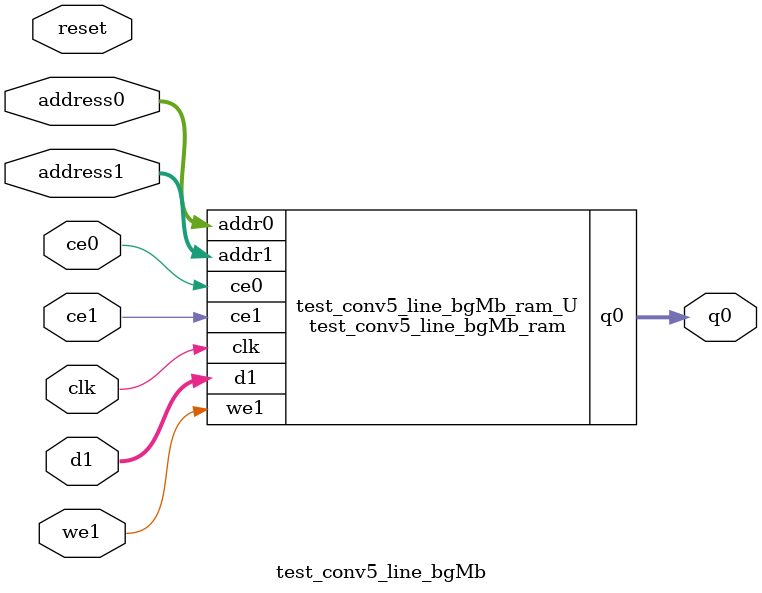
<source format=v>
`timescale 1 ns / 1 ps
module test_conv5_line_bgMb_ram (addr0, ce0, q0, addr1, ce1, d1, we1,  clk);

parameter DWIDTH = 4;
parameter AWIDTH = 5;
parameter MEM_SIZE = 22;

input[AWIDTH-1:0] addr0;
input ce0;
output reg[DWIDTH-1:0] q0;
input[AWIDTH-1:0] addr1;
input ce1;
input[DWIDTH-1:0] d1;
input we1;
input clk;

(* ram_style = "distributed" *)reg [DWIDTH-1:0] ram[0:MEM_SIZE-1];




always @(posedge clk)  
begin 
    if (ce0) begin
        q0 <= ram[addr0];
    end
end


always @(posedge clk)  
begin 
    if (ce1) begin
        if (we1) 
            ram[addr1] <= d1; 
    end
end


endmodule

`timescale 1 ns / 1 ps
module test_conv5_line_bgMb(
    reset,
    clk,
    address0,
    ce0,
    q0,
    address1,
    ce1,
    we1,
    d1);

parameter DataWidth = 32'd4;
parameter AddressRange = 32'd22;
parameter AddressWidth = 32'd5;
input reset;
input clk;
input[AddressWidth - 1:0] address0;
input ce0;
output[DataWidth - 1:0] q0;
input[AddressWidth - 1:0] address1;
input ce1;
input we1;
input[DataWidth - 1:0] d1;



test_conv5_line_bgMb_ram test_conv5_line_bgMb_ram_U(
    .clk( clk ),
    .addr0( address0 ),
    .ce0( ce0 ),
    .q0( q0 ),
    .addr1( address1 ),
    .ce1( ce1 ),
    .we1( we1 ),
    .d1( d1 ));

endmodule


</source>
